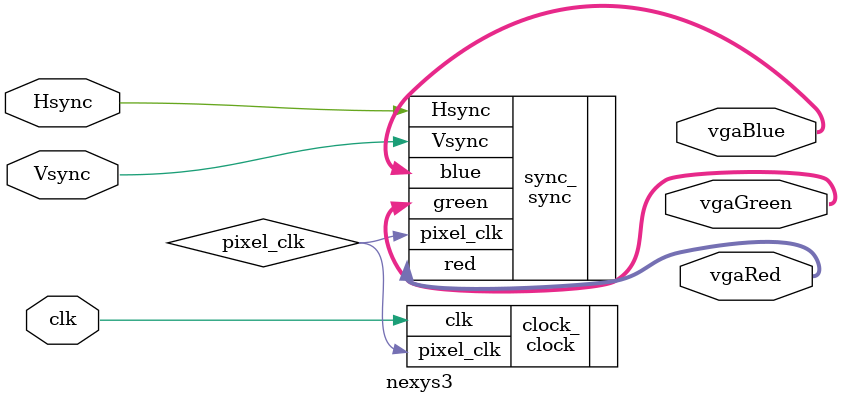
<source format=v>
`timescale 1ns / 1ps
module nexys3(
	input clk,
	output [2:0] vgaRed,
    output [2:0] vgaGreen,
    output [1:0] vgaBlue,
	input Hsync,
	input Vsync
);

wire pixel_clk;

clock clock_(
	.clk(clk),
	.pixel_clk(pixel_clk)
);

sync sync_(
	.pixel_clk(pixel_clk),
	.Hsync(Hsync),
	.Vsync(Vsync),
    .red(vgaRed),
    .green(vgaGreen),
    .blue(vgaBlue)
);

endmodule

</source>
